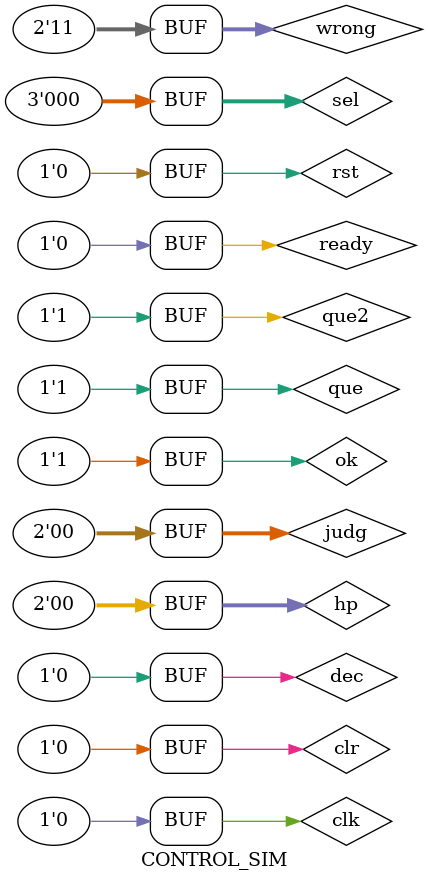
<source format=v>
`timescale 1ns / 100ps
module CONTROL_SIM();


reg  clk, rst, ready, que, dec, clr, ok, que2;
reg [1:0] hp, judg, wrong;
reg [2:0] sel;


wire ready_out;
wire [3:0] state; 
wire [2:0] sel_out;
wire dec_out, clr_out, need;
wire [2:0] cnt;



CONTROL a1(

//------------------INPUT---------------------------
 .CLK(clk),
 .RST(rst),
 .READY_IN(ready),
 .QUE_IN(que),
 .SEL(sel),//3
 .DEC(dec),
 .CLR_IN(clr),
 .OK_IN(ok),
 .HP_IN(hp),//2
 .QUE(que2),
 .JUDG_IN(judg),//2
 .WRONG_IN(wrong),//2
 
 //----------------OUTPUT----------------------------
 .READY_OUT(ready_out),
 .STATE(state),
 .SEL_OUT(sel_out),
 .DEC_OUT(dec_out),
 .CLR_OUT(clr_out),
 .CNT(cnt),
 .NEED_1SEC(need)
);

always begin
        clk = 1;
  #0.8  clk = 0;
  #0.8;
end


initial begin
     rst = 0;
     ready = 0;
     que = 0;
     dec = 0;
     clr = 0;
     ok = 0;
     que2 = 0;
     hp = 2'b0;
     judg = 2'b0;
     wrong = 2'b0;
     sel = 3'b0;
#20 ok = 1;
    que2 = 1;//Swich QUESTION
#20 que = 1;//Swich INPUT
#20 wrong = 2'b11;//Swich WRONG  
//#10 wrong = 2'b00;  

end


// always begin
//   que = 0;
// #150 que = 1;
// #150;  
// end



endmodule
</source>
